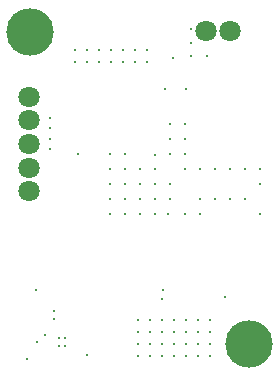
<source format=gbs>
G04 Layer_Color=16711935*
%FSAX25Y25*%
%MOIN*%
G70*
G01*
G75*
%ADD50C,0.15800*%
%ADD51C,0.07100*%
%ADD52C,0.01200*%
D50*
X0338000Y0370000D02*
D03*
X0411000Y0266000D02*
D03*
D51*
X0337500Y0348500D02*
D03*
Y0340626D02*
D03*
Y0332752D02*
D03*
Y0324852D02*
D03*
Y0316952D02*
D03*
X0404500Y0370500D02*
D03*
X0396626D02*
D03*
D52*
X0353000Y0364000D02*
D03*
X0357000D02*
D03*
X0361000D02*
D03*
X0365000D02*
D03*
X0369000D02*
D03*
X0373000D02*
D03*
X0377000D02*
D03*
Y0360000D02*
D03*
X0373000D02*
D03*
X0369000D02*
D03*
X0365000D02*
D03*
X0361000D02*
D03*
X0357000D02*
D03*
X0353000D02*
D03*
X0374000Y0262000D02*
D03*
X0378000D02*
D03*
X0382000D02*
D03*
X0386000D02*
D03*
X0390000D02*
D03*
X0394000D02*
D03*
X0398000D02*
D03*
X0374000Y0266000D02*
D03*
X0378000D02*
D03*
X0382000D02*
D03*
X0386000D02*
D03*
X0390000D02*
D03*
X0394000D02*
D03*
X0398000D02*
D03*
X0374000Y0270000D02*
D03*
X0378000D02*
D03*
X0382000D02*
D03*
X0386000D02*
D03*
X0390000D02*
D03*
X0394000D02*
D03*
X0398000D02*
D03*
Y0274000D02*
D03*
X0394000D02*
D03*
X0390000D02*
D03*
X0386000D02*
D03*
X0382000D02*
D03*
X0378000D02*
D03*
X0374000D02*
D03*
X0354000Y0329366D02*
D03*
X0344500Y0331000D02*
D03*
Y0334500D02*
D03*
Y0338000D02*
D03*
Y0341500D02*
D03*
X0391500Y0371000D02*
D03*
X0397000Y0362000D02*
D03*
X0391500D02*
D03*
Y0366500D02*
D03*
X0385500Y0361500D02*
D03*
X0389988Y0351000D02*
D03*
X0383012D02*
D03*
X0394500Y0309500D02*
D03*
X0414500D02*
D03*
X0409500Y0314500D02*
D03*
X0404500Y0324500D02*
D03*
X0414500D02*
D03*
X0409500D02*
D03*
X0404500Y0314500D02*
D03*
X0399500D02*
D03*
Y0324500D02*
D03*
X0394500D02*
D03*
Y0314500D02*
D03*
X0389500Y0324500D02*
D03*
X0384500Y0334500D02*
D03*
Y0339500D02*
D03*
X0389500D02*
D03*
Y0334500D02*
D03*
Y0329500D02*
D03*
X0384500D02*
D03*
Y0319500D02*
D03*
Y0314500D02*
D03*
X0384000Y0309500D02*
D03*
X0379500D02*
D03*
Y0314500D02*
D03*
Y0319500D02*
D03*
Y0324500D02*
D03*
X0374500D02*
D03*
Y0319500D02*
D03*
Y0314500D02*
D03*
Y0309500D02*
D03*
X0369500D02*
D03*
X0364500D02*
D03*
Y0314500D02*
D03*
X0369500D02*
D03*
Y0319500D02*
D03*
X0364500D02*
D03*
Y0324500D02*
D03*
X0369500D02*
D03*
Y0329500D02*
D03*
X0364500D02*
D03*
X0402760Y0281661D02*
D03*
X0336992Y0261000D02*
D03*
X0346000Y0274500D02*
D03*
Y0277000D02*
D03*
X0349500Y0265500D02*
D03*
X0347500D02*
D03*
X0349500Y0268000D02*
D03*
X0347500D02*
D03*
X0414500Y0319500D02*
D03*
X0379500Y0329000D02*
D03*
X0389500Y0309500D02*
D03*
X0382000Y0281000D02*
D03*
X0382202Y0284000D02*
D03*
X0357000Y0262500D02*
D03*
X0340275Y0266643D02*
D03*
X0343000Y0269000D02*
D03*
X0340000Y0284000D02*
D03*
M02*

</source>
